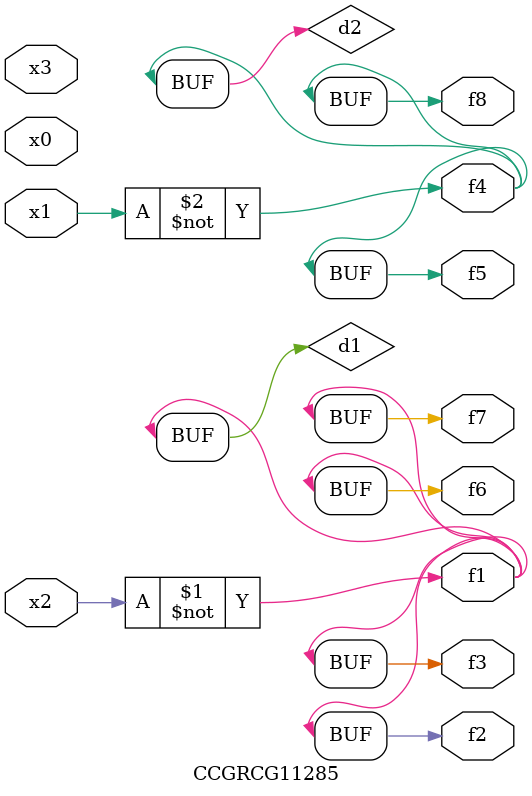
<source format=v>
module CCGRCG11285(
	input x0, x1, x2, x3,
	output f1, f2, f3, f4, f5, f6, f7, f8
);

	wire d1, d2;

	xnor (d1, x2);
	not (d2, x1);
	assign f1 = d1;
	assign f2 = d1;
	assign f3 = d1;
	assign f4 = d2;
	assign f5 = d2;
	assign f6 = d1;
	assign f7 = d1;
	assign f8 = d2;
endmodule

</source>
